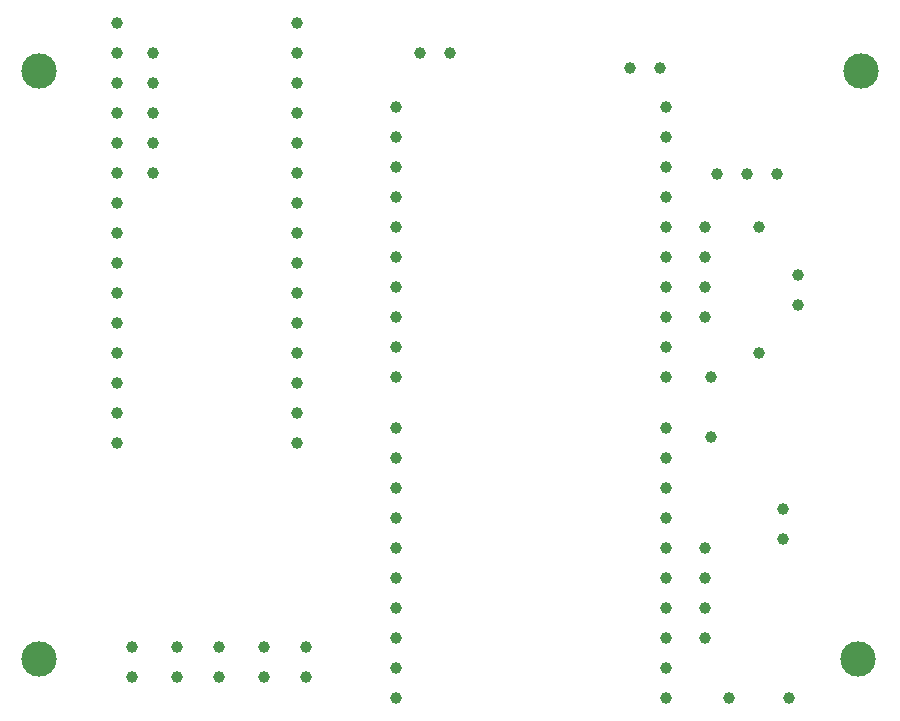
<source format=gbr>
G04 Generated by Ultiboard 14.2 *
%FSLAX25Y25*%
%MOIN*%

%ADD10C,0.00001*%
%ADD11C,0.03937*%
%ADD12C,0.11811*%


G04 ColorRGB 000000 for the following layer *
%LNDrill-Copper Top-Copper Bottom*%
%LPD*%
G54D11*
X144000Y117000D03*
X234000Y117000D03*
X144000Y127000D03*
X234000Y127000D03*
X144000Y137000D03*
X234000Y137000D03*
X144000Y147000D03*
X234000Y147000D03*
X144000Y157000D03*
X234000Y157000D03*
X144000Y167000D03*
X234000Y167000D03*
X144000Y177000D03*
X234000Y177000D03*
X144000Y187000D03*
X234000Y187000D03*
X144000Y197000D03*
X234000Y197000D03*
X144000Y207000D03*
X234000Y207000D03*
X51000Y95000D03*
X111000Y95000D03*
X51000Y105000D03*
X111000Y105000D03*
X51000Y115000D03*
X111000Y115000D03*
X51000Y125000D03*
X111000Y125000D03*
X51000Y135000D03*
X111000Y135000D03*
X51000Y145000D03*
X111000Y145000D03*
X51000Y155000D03*
X111000Y155000D03*
X51000Y165000D03*
X111000Y165000D03*
X51000Y175000D03*
X111000Y175000D03*
X51000Y185000D03*
X111000Y185000D03*
X51000Y195000D03*
X111000Y195000D03*
X51000Y205000D03*
X111000Y205000D03*
X51000Y215000D03*
X111000Y215000D03*
X51000Y225000D03*
X111000Y225000D03*
X51000Y235000D03*
X111000Y235000D03*
X144000Y50000D03*
X144000Y60000D03*
X144000Y70000D03*
X144000Y80000D03*
X144000Y90000D03*
X144000Y100000D03*
X234000Y70000D03*
X234000Y80000D03*
X234000Y90000D03*
X234000Y100000D03*
X234000Y10000D03*
X234000Y20000D03*
X234000Y60000D03*
X234000Y50000D03*
X234000Y40000D03*
X234000Y30000D03*
X144000Y40000D03*
X144000Y30000D03*
X144000Y20000D03*
X144000Y10000D03*
X162000Y225000D03*
X152000Y225000D03*
X71000Y27000D03*
X71000Y17000D03*
X85000Y27000D03*
X85000Y17000D03*
X100000Y27000D03*
X100000Y17000D03*
X114000Y27000D03*
X114000Y17000D03*
X63000Y185000D03*
X63000Y195000D03*
X63000Y205000D03*
X63000Y215000D03*
X63000Y225000D03*
X232000Y220000D03*
X222000Y220000D03*
X273000Y63000D03*
X273000Y73000D03*
X247000Y40000D03*
X247000Y50000D03*
X247000Y60000D03*
X247000Y30000D03*
X255000Y10000D03*
X275000Y10000D03*
X249000Y97000D03*
X249000Y117000D03*
X247000Y137000D03*
X247000Y147000D03*
X247000Y157000D03*
X247000Y167000D03*
X265000Y125000D03*
X265000Y167126D03*
X56000Y27000D03*
X56000Y17000D03*
X260882Y184544D03*
X270882Y184544D03*
X250882Y184544D03*
X278000Y141000D03*
X278000Y151000D03*
G54D12*
X25000Y219000D03*
X25000Y23000D03*
X299000Y219000D03*
X298000Y23000D03*

M02*

</source>
